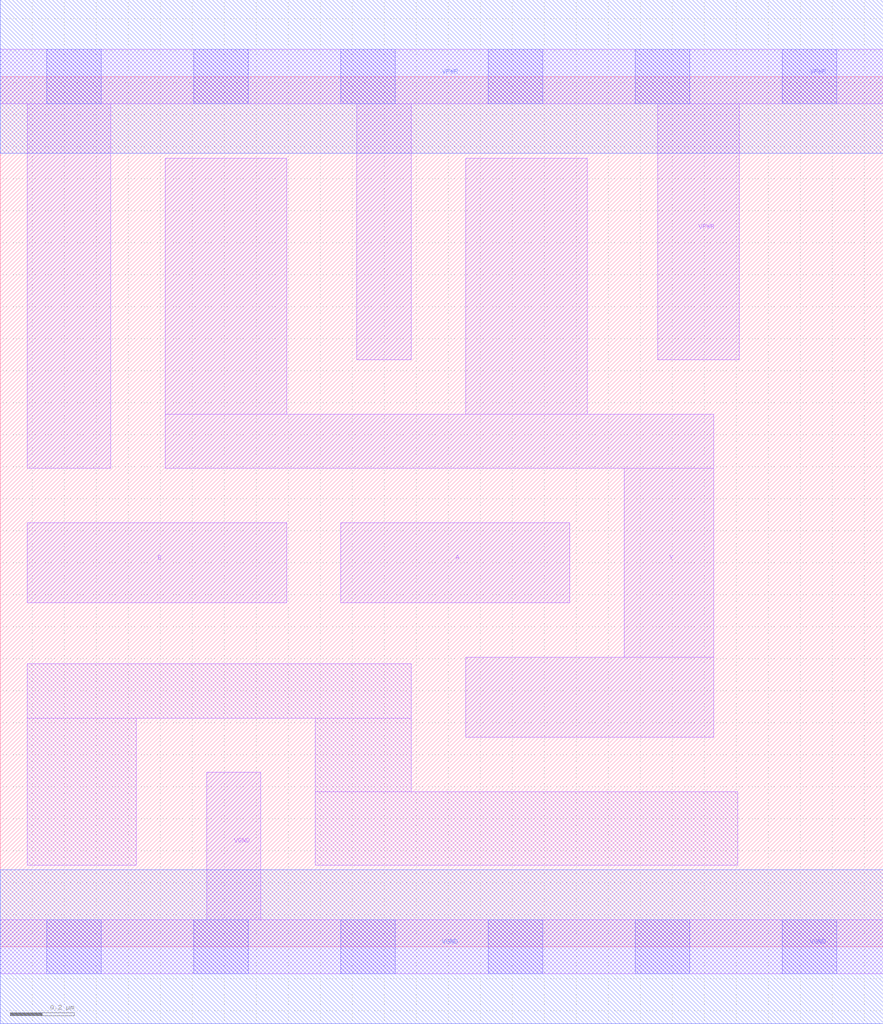
<source format=lef>
# Copyright 2020 The SkyWater PDK Authors
#
# Licensed under the Apache License, Version 2.0 (the "License");
# you may not use this file except in compliance with the License.
# You may obtain a copy of the License at
#
#     https://www.apache.org/licenses/LICENSE-2.0
#
# Unless required by applicable law or agreed to in writing, software
# distributed under the License is distributed on an "AS IS" BASIS,
# WITHOUT WARRANTIES OR CONDITIONS OF ANY KIND, either express or implied.
# See the License for the specific language governing permissions and
# limitations under the License.
#
# SPDX-License-Identifier: Apache-2.0

VERSION 5.7 ;
  NAMESCASESENSITIVE ON ;
  NOWIREEXTENSIONATPIN ON ;
  DIVIDERCHAR "/" ;
  BUSBITCHARS "[]" ;
UNITS
  DATABASE MICRONS 200 ;
END UNITS
PROPERTYDEFINITIONS
  MACRO maskLayoutSubType STRING ;
  MACRO prCellType STRING ;
  MACRO originalViewName STRING ;
END PROPERTYDEFINITIONS
MACRO sky130_fd_sc_hdll__nand2_2
  CLASS CORE ;
  FOREIGN sky130_fd_sc_hdll__nand2_2 ;
  ORIGIN  0.000000  0.000000 ;
  SIZE  2.760000 BY  2.720000 ;
  SYMMETRY X Y R90 ;
  SITE unithd ;
  PIN A
    ANTENNAGATEAREA  0.555000 ;
    DIRECTION INPUT ;
    USE SIGNAL ;
    PORT
      LAYER li1 ;
        RECT 1.065000 1.075000 1.780000 1.325000 ;
    END
  END A
  PIN B
    ANTENNAGATEAREA  0.555000 ;
    DIRECTION INPUT ;
    USE SIGNAL ;
    PORT
      LAYER li1 ;
        RECT 0.085000 1.075000 0.895000 1.325000 ;
    END
  END B
  PIN Y
    ANTENNADIFFAREA  0.820500 ;
    DIRECTION OUTPUT ;
    USE SIGNAL ;
    PORT
      LAYER li1 ;
        RECT 0.515000 1.495000 2.230000 1.665000 ;
        RECT 0.515000 1.665000 0.895000 2.465000 ;
        RECT 1.455000 0.655000 2.230000 0.905000 ;
        RECT 1.455000 1.665000 1.835000 2.465000 ;
        RECT 1.950000 0.905000 2.230000 1.495000 ;
    END
  END Y
  PIN VGND
    DIRECTION INOUT ;
    USE GROUND ;
    PORT
      LAYER li1 ;
        RECT 0.000000 -0.085000 2.760000 0.085000 ;
        RECT 0.645000  0.085000 0.815000 0.545000 ;
      LAYER mcon ;
        RECT 0.145000 -0.085000 0.315000 0.085000 ;
        RECT 0.605000 -0.085000 0.775000 0.085000 ;
        RECT 1.065000 -0.085000 1.235000 0.085000 ;
        RECT 1.525000 -0.085000 1.695000 0.085000 ;
        RECT 1.985000 -0.085000 2.155000 0.085000 ;
        RECT 2.445000 -0.085000 2.615000 0.085000 ;
      LAYER met1 ;
        RECT 0.000000 -0.240000 2.760000 0.240000 ;
    END
  END VGND
  PIN VPWR
    DIRECTION INOUT ;
    USE POWER ;
    PORT
      LAYER li1 ;
        RECT 0.000000 2.635000 2.760000 2.805000 ;
        RECT 0.085000 1.495000 0.345000 2.635000 ;
        RECT 1.115000 1.835000 1.285000 2.635000 ;
        RECT 2.055000 1.835000 2.310000 2.635000 ;
      LAYER mcon ;
        RECT 0.145000 2.635000 0.315000 2.805000 ;
        RECT 0.605000 2.635000 0.775000 2.805000 ;
        RECT 1.065000 2.635000 1.235000 2.805000 ;
        RECT 1.525000 2.635000 1.695000 2.805000 ;
        RECT 1.985000 2.635000 2.155000 2.805000 ;
        RECT 2.445000 2.635000 2.615000 2.805000 ;
      LAYER met1 ;
        RECT 0.000000 2.480000 2.760000 2.960000 ;
    END
  END VPWR
  OBS
    LAYER li1 ;
      RECT 0.085000 0.255000 0.425000 0.715000 ;
      RECT 0.085000 0.715000 1.285000 0.885000 ;
      RECT 0.985000 0.255000 2.305000 0.485000 ;
      RECT 0.985000 0.485000 1.285000 0.715000 ;
  END
  PROPERTY maskLayoutSubType "abstract" ;
  PROPERTY prCellType "standard" ;
  PROPERTY originalViewName "layout" ;
END sky130_fd_sc_hdll__nand2_2

</source>
